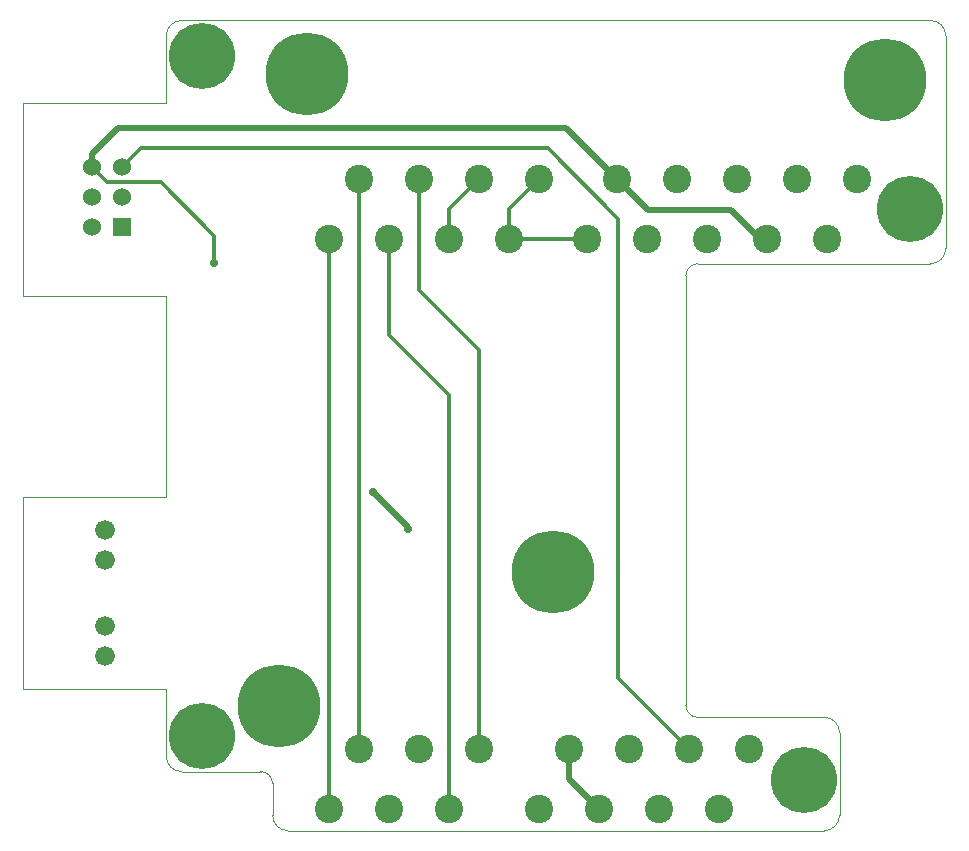
<source format=gbl>
G04 (created by PCBNEW (2013-07-07 BZR 4022)-stable) date 28/02/2015 20:38:53*
%MOIN*%
G04 Gerber Fmt 3.4, Leading zero omitted, Abs format*
%FSLAX34Y34*%
G01*
G70*
G90*
G04 APERTURE LIST*
%ADD10C,0.00590551*%
%ADD11C,0.000393701*%
%ADD12C,0.220472*%
%ADD13C,0.066*%
%ADD14R,0.06X0.06*%
%ADD15C,0.06*%
%ADD16C,0.0944882*%
%ADD17C,0.275591*%
%ADD18C,0.0275591*%
%ADD19C,0.011811*%
%ADD20C,0.019685*%
G04 APERTURE END LIST*
G54D10*
G54D11*
X42173Y-51606D02*
X42173Y-49370D01*
X42173Y-49370D02*
X37401Y-49370D01*
X37401Y-49370D02*
X37401Y-42952D01*
X37401Y-42952D02*
X42173Y-42952D01*
X42173Y-42952D02*
X42173Y-36259D01*
X42173Y-36259D02*
X37401Y-36259D01*
X37401Y-36259D02*
X37401Y-29822D01*
X37401Y-29822D02*
X42173Y-29822D01*
X42173Y-29822D02*
X42173Y-27590D01*
X42173Y-27590D02*
G75*
G02X42685Y-27078I511J0D01*
G74*
G01*
X45716Y-52511D02*
X45716Y-53574D01*
X42685Y-52118D02*
X45322Y-52118D01*
X67645Y-27078D02*
X42685Y-27078D01*
X68157Y-34677D02*
X68157Y-27590D01*
X59889Y-35188D02*
X67645Y-35188D01*
X59496Y-49913D02*
X59496Y-35582D01*
X64102Y-50307D02*
X59889Y-50307D01*
X64614Y-53574D02*
X64614Y-50818D01*
X46228Y-54086D02*
X64102Y-54086D01*
X45322Y-52118D02*
G75*
G02X45716Y-52511I0J-393D01*
G74*
G01*
X42685Y-52118D02*
G75*
G02X42173Y-51606I0J511D01*
G74*
G01*
X67645Y-27078D02*
G75*
G02X68157Y-27590I0J-511D01*
G74*
G01*
X68157Y-34678D02*
G75*
G02X67645Y-35188I-511J0D01*
G74*
G01*
X59496Y-35581D02*
G75*
G02X59889Y-35188I393J0D01*
G74*
G01*
X59889Y-50307D02*
G75*
G02X59496Y-49913I0J393D01*
G74*
G01*
X64103Y-50307D02*
G75*
G02X64614Y-50818I0J-511D01*
G74*
G01*
X64614Y-53575D02*
G75*
G02X64102Y-54086I-511J0D01*
G74*
G01*
X46227Y-54086D02*
G75*
G02X45716Y-53574I0J511D01*
G74*
G01*
G54D12*
X43354Y-50937D03*
X63433Y-52393D03*
X43354Y-28259D03*
X66976Y-33377D03*
G54D13*
X40137Y-47255D03*
X40137Y-48255D03*
X40137Y-44066D03*
X40137Y-45066D03*
G54D14*
X40696Y-33972D03*
G54D15*
X39696Y-33972D03*
X40696Y-32972D03*
X39696Y-32972D03*
X40696Y-31972D03*
X39696Y-31972D03*
G54D16*
X61602Y-51370D03*
X60602Y-53370D03*
X59602Y-51370D03*
X58602Y-53370D03*
X57602Y-51370D03*
X56602Y-53370D03*
X55602Y-51370D03*
X54602Y-53370D03*
X65202Y-32370D03*
X64202Y-34370D03*
X63202Y-32370D03*
X62202Y-34370D03*
X61202Y-32370D03*
X60202Y-34370D03*
X59202Y-32370D03*
X58202Y-34370D03*
X56202Y-34370D03*
X57202Y-32370D03*
X52602Y-51370D03*
X51602Y-53370D03*
X50602Y-51370D03*
X49602Y-53370D03*
X48602Y-51370D03*
X47602Y-53370D03*
X54602Y-32370D03*
X53602Y-34370D03*
X52602Y-32370D03*
X51602Y-34370D03*
X50602Y-32370D03*
X49602Y-34370D03*
X48602Y-32370D03*
X47602Y-34370D03*
G54D17*
X66141Y-29055D03*
X46850Y-28858D03*
X55078Y-45472D03*
X45944Y-49921D03*
G54D18*
X50236Y-44015D03*
X49055Y-42795D03*
X43779Y-35157D03*
G54D19*
X50236Y-43976D02*
X50236Y-44015D01*
G54D20*
X49055Y-42795D02*
X50236Y-43976D01*
G54D19*
X52602Y-51370D02*
X52602Y-38074D01*
X50602Y-36074D02*
X50602Y-32370D01*
X52602Y-38074D02*
X50602Y-36074D01*
X51602Y-53370D02*
X51602Y-39555D01*
X49602Y-37555D02*
X49602Y-34370D01*
X51602Y-39555D02*
X49602Y-37555D01*
X56202Y-34370D02*
X53602Y-34370D01*
X53602Y-34370D02*
X53602Y-33370D01*
X53602Y-33370D02*
X54602Y-32370D01*
X51602Y-34370D02*
X51602Y-33370D01*
X51602Y-33370D02*
X52602Y-32370D01*
X47602Y-53370D02*
X47602Y-34370D01*
X48602Y-51370D02*
X48602Y-32370D01*
X40696Y-31972D02*
X41330Y-31338D01*
X57244Y-49011D02*
X59602Y-51370D01*
X57244Y-33700D02*
X57244Y-49011D01*
X54881Y-31338D02*
X57244Y-33700D01*
X41330Y-31338D02*
X54881Y-31338D01*
G54D20*
X56602Y-53370D02*
X55602Y-52370D01*
X55602Y-52370D02*
X55602Y-51370D01*
G54D19*
X43779Y-35157D02*
X43779Y-34251D01*
X40204Y-32480D02*
X39696Y-31972D01*
X42007Y-32480D02*
X40204Y-32480D01*
X43779Y-34251D02*
X42007Y-32480D01*
G54D20*
X62202Y-34370D02*
X61968Y-34370D01*
X58218Y-33385D02*
X57202Y-32370D01*
X60984Y-33385D02*
X58218Y-33385D01*
X61968Y-34370D02*
X60984Y-33385D01*
X39696Y-31972D02*
X39696Y-31523D01*
X55501Y-30669D02*
X57202Y-32370D01*
X40551Y-30669D02*
X55501Y-30669D01*
X39696Y-31523D02*
X40551Y-30669D01*
M02*

</source>
